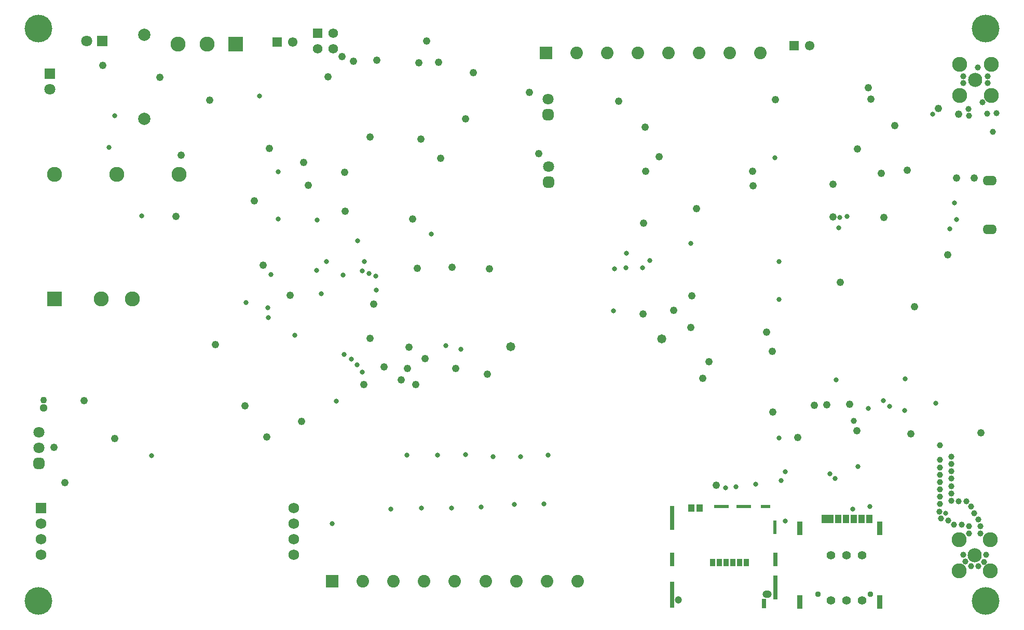
<source format=gbr>
G04*
G04 #@! TF.GenerationSoftware,Altium Limited,Altium Designer,24.9.1 (31)*
G04*
G04 Layer_Color=16711935*
%FSLAX44Y44*%
%MOMM*%
G71*
G04*
G04 #@! TF.SameCoordinates,58564934-83CB-4443-A129-65336E2EC8F8*
G04*
G04*
G04 #@! TF.FilePolarity,Negative*
G04*
G01*
G75*
%ADD154C,2.4532*%
%ADD155C,2.3032*%
%ADD156O,2.3032X1.6032*%
%ADD157C,1.8032*%
%ADD158R,1.8032X1.8032*%
%ADD159C,2.0032*%
%ADD160R,2.0532X2.0532*%
%ADD161C,2.0532*%
G04:AMPARAMS|DCode=162|XSize=1.8032mm|YSize=1.8032mm|CornerRadius=0.5016mm|HoleSize=0mm|Usage=FLASHONLY|Rotation=90.000|XOffset=0mm|YOffset=0mm|HoleType=Round|Shape=RoundedRectangle|*
%AMROUNDEDRECTD162*
21,1,1.8032,0.8000,0,0,90.0*
21,1,0.8000,1.8032,0,0,90.0*
1,1,1.0032,0.4000,0.4000*
1,1,1.0032,0.4000,-0.4000*
1,1,1.0032,-0.4000,-0.4000*
1,1,1.0032,-0.4000,0.4000*
%
%ADD162ROUNDEDRECTD162*%
%ADD163R,2.4500X2.4500*%
%ADD164C,2.4500*%
%ADD165C,1.5500*%
%ADD166R,1.5500X1.5500*%
%ADD167R,1.5732X1.5732*%
%ADD168C,1.5732*%
G04:AMPARAMS|DCode=169|XSize=1.1032mm|YSize=1.1032mm|CornerRadius=0.3266mm|HoleSize=0mm|Usage=FLASHONLY|Rotation=270.000|XOffset=0mm|YOffset=0mm|HoleType=Round|Shape=RoundedRectangle|*
%AMROUNDEDRECTD169*
21,1,1.1032,0.4500,0,0,270.0*
21,1,0.4500,1.1032,0,0,270.0*
1,1,0.6532,-0.2250,-0.2250*
1,1,0.6532,-0.2250,0.2250*
1,1,0.6532,0.2250,0.2250*
1,1,0.6532,0.2250,-0.2250*
%
%ADD169ROUNDEDRECTD169*%
%ADD170C,1.1032*%
%ADD171R,1.8032X1.8032*%
%ADD172R,2.4532X2.4532*%
%ADD173C,1.7332*%
%ADD174R,1.7332X1.7332*%
%ADD175C,0.9532*%
%ADD176C,1.4032*%
%ADD177C,1.2032*%
%ADD178C,4.5212*%
%ADD179C,1.2192*%
%ADD180C,0.8128*%
%ADD181C,1.4732*%
%ADD182C,1.0032*%
%ADD233R,1.0032X1.3432*%
%ADD234R,0.9032X2.3032*%
%ADD235R,0.7532X1.5032*%
%ADD236R,0.6532X4.0032*%
%ADD237R,0.6032X2.3032*%
%ADD238R,1.5032X0.6032*%
%ADD239R,2.4032X0.6032*%
%ADD240R,1.1032X1.1532*%
%ADD241R,1.0032X1.1532*%
%ADD242R,0.6532X2.3032*%
%ADD243R,0.6532X4.3032*%
%ADD244R,0.9032X1.2032*%
D154*
X1540918Y857150D02*
D03*
X1591918D02*
D03*
Y908150D02*
D03*
X1540918D02*
D03*
X1539802Y132588D02*
D03*
X1590802D02*
D03*
Y81588D02*
D03*
X1539802D02*
D03*
X140208Y525780D02*
D03*
X191008D02*
D03*
X267208Y728980D02*
D03*
X165608D02*
D03*
X64008D02*
D03*
D155*
X1566418Y882650D02*
D03*
X1565302Y107088D02*
D03*
D156*
X1590040Y718465D02*
D03*
Y639465D02*
D03*
D157*
X116332Y946658D02*
D03*
X869188Y851154D02*
D03*
X870204Y741426D02*
D03*
X38608Y282620D02*
D03*
Y308020D02*
D03*
X56388Y867410D02*
D03*
D158*
X141732Y946658D02*
D03*
D159*
X210312Y819109D02*
D03*
Y956859D02*
D03*
D160*
X865568Y926846D02*
D03*
X517296Y65278D02*
D03*
D161*
X915568Y926846D02*
D03*
X965568D02*
D03*
X1015568D02*
D03*
X1065568D02*
D03*
X1115568D02*
D03*
X1165568D02*
D03*
X1215568D02*
D03*
X567296Y65278D02*
D03*
X617296D02*
D03*
X667296D02*
D03*
X717296D02*
D03*
X767296D02*
D03*
X817296D02*
D03*
X867296D02*
D03*
X917296D02*
D03*
D162*
X869188Y825754D02*
D03*
X870204Y716026D02*
D03*
X38608Y257220D02*
D03*
D163*
X359928Y941070D02*
D03*
D164*
X312928D02*
D03*
X265928D02*
D03*
D165*
X452628Y944880D02*
D03*
X1295908Y938530D02*
D03*
D166*
X427228Y944880D02*
D03*
X1270508Y938530D02*
D03*
D167*
X493268Y958850D02*
D03*
D168*
X518668D02*
D03*
X493268Y933450D02*
D03*
X518668D02*
D03*
D169*
X46164Y348050D02*
D03*
D170*
Y360550D02*
D03*
D171*
X56388Y892810D02*
D03*
D172*
X64008Y525780D02*
D03*
D173*
X42158Y158750D02*
D03*
Y133350D02*
D03*
Y107950D02*
D03*
X454358Y158750D02*
D03*
Y133350D02*
D03*
Y107950D02*
D03*
Y184150D02*
D03*
D174*
X42158D02*
D03*
D175*
X1394960Y43928D02*
D03*
X1309960D02*
D03*
D176*
X1330960Y33528D02*
D03*
X1356360D02*
D03*
X1381760D02*
D03*
X1330960Y107428D02*
D03*
X1356360D02*
D03*
X1381760D02*
D03*
D177*
X1228208Y43750D02*
D03*
X1225208D02*
D03*
X1082208Y34150D02*
D03*
D178*
X37592Y966470D02*
D03*
X37590Y32510D02*
D03*
X1583180Y32512D02*
D03*
X1583182Y966470D02*
D03*
D179*
X1564132Y722884D02*
D03*
X655574Y575122D02*
D03*
X1521460Y597408D02*
D03*
X1535938Y722630D02*
D03*
X1373378Y310896D02*
D03*
X1361440Y353822D02*
D03*
X1455420Y735584D02*
D03*
X1467358Y513080D02*
D03*
X1412748Y730250D02*
D03*
X1435100Y807974D02*
D03*
X1416937Y658635D02*
D03*
X1395984Y851662D02*
D03*
X1374140Y770128D02*
D03*
X1391412Y870204D02*
D03*
X1575606Y307524D02*
D03*
X142748Y906780D02*
D03*
X1027684Y806196D02*
D03*
X984758Y848106D02*
D03*
X839216Y862838D02*
D03*
X690372Y911606D02*
D03*
X658114Y911098D02*
D03*
X747014Y894842D02*
D03*
X671576Y946404D02*
D03*
X735076Y819150D02*
D03*
X662178Y786638D02*
D03*
X270510Y760222D02*
D03*
X316992Y849884D02*
D03*
X235966Y886714D02*
D03*
X470408Y748030D02*
D03*
X414528Y771398D02*
D03*
X579120Y789940D02*
D03*
X551688Y913384D02*
D03*
X510286Y888238D02*
D03*
X533400Y921258D02*
D03*
X590296Y914654D02*
D03*
X1345692Y552450D02*
D03*
X1226058Y471170D02*
D03*
X1234948Y440436D02*
D03*
X1235710Y340614D02*
D03*
X1276350Y299720D02*
D03*
X1303528Y351790D02*
D03*
X1323848Y353060D02*
D03*
X1024636Y500634D02*
D03*
X648208Y656336D02*
D03*
X694182Y754634D02*
D03*
X712724Y577596D02*
D03*
X854148Y762709D02*
D03*
X773366Y574992D02*
D03*
X1203198Y734060D02*
D03*
X1203960Y710184D02*
D03*
X1334008Y659130D02*
D03*
Y712470D02*
D03*
X1132078Y423418D02*
D03*
X1073912Y506984D02*
D03*
X1102360Y478790D02*
D03*
X1103884Y530352D02*
D03*
X1121664Y395732D02*
D03*
X1025398Y648970D02*
D03*
X1028750Y733502D02*
D03*
X1050544Y757174D02*
D03*
X1111758Y673100D02*
D03*
X669036Y427990D02*
D03*
X718312Y412496D02*
D03*
X770636Y402844D02*
D03*
X112522Y359410D02*
D03*
X374904Y351028D02*
D03*
X162306Y297434D02*
D03*
X478282Y711200D02*
D03*
X390398Y685800D02*
D03*
X537210Y732028D02*
D03*
X262636Y660146D02*
D03*
X538347Y668407D02*
D03*
X81280Y225806D02*
D03*
X63246Y283718D02*
D03*
X448564Y531114D02*
D03*
X326390Y451104D02*
D03*
X1143498Y222030D02*
D03*
X568452Y385826D02*
D03*
X578866Y461010D02*
D03*
X601726Y414528D02*
D03*
X629920Y393192D02*
D03*
X639826Y411988D02*
D03*
X642366Y447040D02*
D03*
X466852Y325374D02*
D03*
X404114Y580390D02*
D03*
X584454Y517398D02*
D03*
X653288Y385826D02*
D03*
X410464Y300228D02*
D03*
X1240028Y850900D02*
D03*
X1506220Y835914D02*
D03*
X1461262Y305816D02*
D03*
X1538986Y826770D02*
D03*
D180*
X1496568D02*
D03*
X1524508Y640080D02*
D03*
X1532128Y681990D02*
D03*
X1535938Y655320D02*
D03*
X1393952Y186944D02*
D03*
X1391412Y347218D02*
D03*
X1415855Y359469D02*
D03*
X1426718Y350520D02*
D03*
X1451102Y343426D02*
D03*
X1452118Y394970D02*
D03*
X1374648Y252476D02*
D03*
X1366520Y182372D02*
D03*
X1356868Y660146D02*
D03*
X1501648Y355600D02*
D03*
X162306Y824484D02*
D03*
X153137Y772414D02*
D03*
X398272Y856742D02*
D03*
X429006Y733298D02*
D03*
X1246378Y298450D02*
D03*
Y524510D02*
D03*
X1339088Y393700D02*
D03*
X868934Y270510D02*
D03*
X975614Y506476D02*
D03*
X558292Y620776D02*
D03*
X565912Y571500D02*
D03*
X569976Y586486D02*
D03*
X576834Y566674D02*
D03*
X588518Y562452D02*
D03*
X678942Y631190D02*
D03*
X1345438Y658368D02*
D03*
X1239266Y755650D02*
D03*
X1246378Y586740D02*
D03*
X1343152Y641350D02*
D03*
X997115Y600065D02*
D03*
X1023112Y576326D02*
D03*
X1034848Y588167D02*
D03*
X1102360Y616204D02*
D03*
X996442Y576072D02*
D03*
X977646Y575056D02*
D03*
X702310Y449326D02*
D03*
X726948Y443230D02*
D03*
X492760Y654558D02*
D03*
X429006Y655574D02*
D03*
X206502Y661416D02*
D03*
X222152Y269878D02*
D03*
X376174Y519684D02*
D03*
X412242Y510794D02*
D03*
X413004Y495300D02*
D03*
X824230Y268478D02*
D03*
X689102Y270764D02*
D03*
X735076Y271272D02*
D03*
X779272Y268478D02*
D03*
X612648Y182626D02*
D03*
X517144Y158750D02*
D03*
X1208024Y223564D02*
D03*
X1158494Y217214D02*
D03*
X1176099Y218734D02*
D03*
X1249426Y229660D02*
D03*
X1256538Y243840D02*
D03*
Y163068D02*
D03*
X1328928Y240030D02*
D03*
X1337818Y232410D02*
D03*
X662686Y184658D02*
D03*
X711454Y184404D02*
D03*
X760476Y185928D02*
D03*
X814232Y190418D02*
D03*
X862838Y191252D02*
D03*
X456184Y466090D02*
D03*
X536956Y435102D02*
D03*
X548640Y427482D02*
D03*
X558038Y417830D02*
D03*
X566166Y405892D02*
D03*
X639318Y270764D02*
D03*
X523748Y359156D02*
D03*
X507746Y586486D02*
D03*
X417322Y565150D02*
D03*
X491490Y571754D02*
D03*
X535178Y564642D02*
D03*
X499618Y534162D02*
D03*
X589218Y540131D02*
D03*
X1517904Y175514D02*
D03*
D181*
X1055116Y460248D02*
D03*
X807974Y447294D02*
D03*
D182*
X1571212Y89437D02*
D03*
X1580750Y96718D02*
D03*
X1583871Y108305D02*
D03*
X1574746Y142502D02*
D03*
X1574511Y154500D02*
D03*
X1508460Y286789D02*
D03*
Y262789D02*
D03*
Y250789D02*
D03*
Y238789D02*
D03*
Y226789D02*
D03*
Y214789D02*
D03*
Y202789D02*
D03*
Y190789D02*
D03*
X1507302Y178845D02*
D03*
X1510388Y167249D02*
D03*
X1521837Y163654D02*
D03*
X1531761Y156907D02*
D03*
X1543761D02*
D03*
X1555556Y154699D02*
D03*
X1555858Y142703D02*
D03*
X1546758Y108498D02*
D03*
X1549735Y96873D02*
D03*
X1559212Y89512D02*
D03*
X1571411Y166093D02*
D03*
X1564484Y175892D02*
D03*
X1559401Y186762D02*
D03*
X1551333Y195645D02*
D03*
X1539333Y195645D02*
D03*
X1527348Y196238D02*
D03*
Y208238D02*
D03*
Y220238D02*
D03*
Y232238D02*
D03*
Y244238D02*
D03*
Y256238D02*
D03*
Y268238D02*
D03*
X1546700Y888619D02*
D03*
X1546448Y877622D02*
D03*
X1555226Y835580D02*
D03*
X1555968Y824605D02*
D03*
X1595106Y798144D02*
D03*
X1600962Y829056D02*
D03*
X1585817Y828230D02*
D03*
X1577610Y846553D02*
D03*
X1586380Y877594D02*
D03*
X1586143Y888592D02*
D03*
X1570475Y902880D02*
D03*
X1368283Y326298D02*
D03*
D233*
X1393260Y166228D02*
D03*
X1380560D02*
D03*
X1367860D02*
D03*
X1355160D02*
D03*
X1342460D02*
D03*
X1329760D02*
D03*
X1320260D02*
D03*
D234*
X1409960Y151428D02*
D03*
X1279960D02*
D03*
Y31428D02*
D03*
X1409960D02*
D03*
D235*
X1221708Y28750D02*
D03*
D236*
X1239908Y54650D02*
D03*
X1071408Y168350D02*
D03*
D237*
X1239608Y153250D02*
D03*
D238*
X1224358Y186750D02*
D03*
D239*
X1188658D02*
D03*
X1151658D02*
D03*
D240*
X1116758Y184000D02*
D03*
D241*
X1103358D02*
D03*
D242*
X1239908Y100250D02*
D03*
X1071408Y100600D02*
D03*
D243*
Y42750D02*
D03*
D244*
X1192608Y95250D02*
D03*
X1181608D02*
D03*
X1170608D02*
D03*
X1159608D02*
D03*
X1148608D02*
D03*
X1137608D02*
D03*
M02*

</source>
